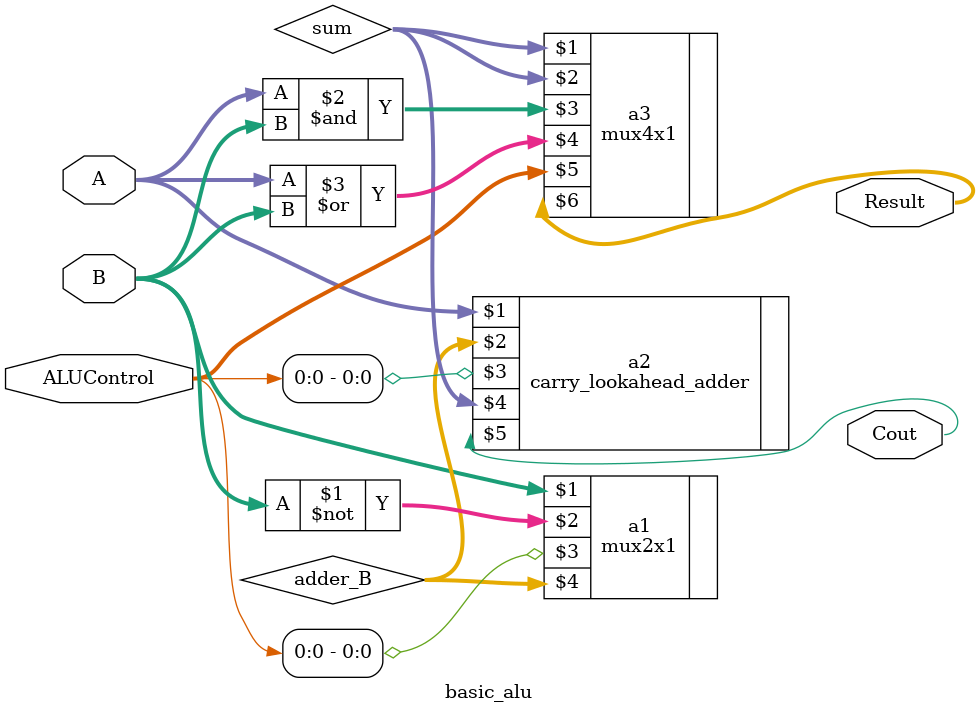
<source format=v>
`timescale 1ns / 1ps

module basic_alu #(parameter N=32) (A, B, ALUControl, Result, Cout);

    input [N-1:0] A, B;
    input [1:0] ALUControl;
    output wire [N-1:0] Result;
    output wire Cout;

    wire [N-1:0] adder_B;
    wire [N-1:0] sum;

    mux2x1 #(N) a1(B, ~B, ALUControl[0], adder_B);

    carry_lookahead_adder #(N) a2(A, adder_B, ALUControl[0], sum, Cout);

    mux4x1 #(N) a3(sum, sum, A & B, A | B, ALUControl, Result);

endmodule


</source>
